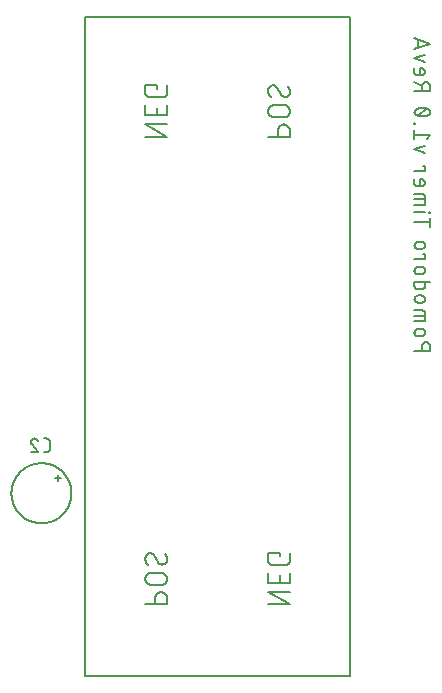
<source format=gbr>
G04 EAGLE Gerber RS-274X export*
G75*
%MOMM*%
%FSLAX34Y34*%
%LPD*%
%INSilkscreen Bottom*%
%IPPOS*%
%AMOC8*
5,1,8,0,0,1.08239X$1,22.5*%
G01*
%ADD10C,0.177800*%
%ADD11C,0.127000*%
%ADD12C,0.152400*%


D10*
X366649Y331144D02*
X380111Y331144D01*
X380111Y334883D01*
X380109Y335004D01*
X380103Y335125D01*
X380093Y335246D01*
X380080Y335366D01*
X380062Y335486D01*
X380041Y335605D01*
X380015Y335723D01*
X379986Y335841D01*
X379953Y335958D01*
X379917Y336073D01*
X379876Y336187D01*
X379832Y336300D01*
X379784Y336411D01*
X379733Y336521D01*
X379678Y336629D01*
X379620Y336735D01*
X379558Y336839D01*
X379493Y336941D01*
X379425Y337041D01*
X379354Y337139D01*
X379279Y337234D01*
X379201Y337327D01*
X379121Y337418D01*
X379037Y337505D01*
X378951Y337590D01*
X378862Y337672D01*
X378770Y337752D01*
X378676Y337828D01*
X378580Y337901D01*
X378481Y337971D01*
X378380Y338037D01*
X378276Y338101D01*
X378171Y338161D01*
X378064Y338217D01*
X377955Y338270D01*
X377845Y338320D01*
X377733Y338366D01*
X377619Y338408D01*
X377504Y338446D01*
X377388Y338481D01*
X377271Y338512D01*
X377153Y338539D01*
X377035Y338563D01*
X376915Y338582D01*
X376795Y338598D01*
X376674Y338610D01*
X376554Y338618D01*
X376433Y338622D01*
X376311Y338622D01*
X376190Y338618D01*
X376070Y338610D01*
X375949Y338598D01*
X375829Y338582D01*
X375709Y338563D01*
X375591Y338539D01*
X375473Y338512D01*
X375356Y338481D01*
X375240Y338446D01*
X375125Y338408D01*
X375011Y338366D01*
X374899Y338320D01*
X374789Y338270D01*
X374680Y338217D01*
X374573Y338161D01*
X374468Y338101D01*
X374364Y338037D01*
X374263Y337971D01*
X374164Y337901D01*
X374068Y337828D01*
X373974Y337752D01*
X373882Y337672D01*
X373793Y337590D01*
X373707Y337505D01*
X373623Y337418D01*
X373543Y337327D01*
X373465Y337234D01*
X373390Y337139D01*
X373319Y337041D01*
X373251Y336941D01*
X373186Y336839D01*
X373124Y336735D01*
X373066Y336629D01*
X373011Y336521D01*
X372960Y336411D01*
X372912Y336300D01*
X372868Y336187D01*
X372827Y336073D01*
X372791Y335958D01*
X372758Y335841D01*
X372729Y335723D01*
X372703Y335605D01*
X372682Y335486D01*
X372664Y335366D01*
X372651Y335246D01*
X372641Y335125D01*
X372635Y335004D01*
X372633Y334883D01*
X372632Y334883D02*
X372632Y331144D01*
X372632Y343964D02*
X369641Y343964D01*
X372632Y343963D02*
X372740Y343965D01*
X372848Y343971D01*
X372955Y343981D01*
X373063Y343994D01*
X373169Y344012D01*
X373275Y344033D01*
X373380Y344058D01*
X373484Y344087D01*
X373587Y344120D01*
X373689Y344156D01*
X373789Y344196D01*
X373888Y344240D01*
X373986Y344287D01*
X374081Y344337D01*
X374175Y344391D01*
X374266Y344449D01*
X374356Y344509D01*
X374443Y344573D01*
X374527Y344640D01*
X374610Y344710D01*
X374690Y344783D01*
X374767Y344859D01*
X374841Y344937D01*
X374912Y345018D01*
X374981Y345102D01*
X375046Y345188D01*
X375108Y345276D01*
X375167Y345366D01*
X375223Y345459D01*
X375275Y345554D01*
X375324Y345650D01*
X375370Y345748D01*
X375411Y345848D01*
X375450Y345949D01*
X375484Y346051D01*
X375515Y346155D01*
X375542Y346259D01*
X375565Y346365D01*
X375585Y346471D01*
X375600Y346578D01*
X375612Y346685D01*
X375620Y346793D01*
X375624Y346901D01*
X375624Y347009D01*
X375620Y347117D01*
X375612Y347225D01*
X375600Y347332D01*
X375585Y347439D01*
X375565Y347545D01*
X375542Y347651D01*
X375515Y347755D01*
X375484Y347859D01*
X375450Y347961D01*
X375411Y348062D01*
X375370Y348162D01*
X375324Y348260D01*
X375275Y348356D01*
X375223Y348451D01*
X375167Y348544D01*
X375108Y348634D01*
X375046Y348722D01*
X374981Y348808D01*
X374912Y348892D01*
X374841Y348973D01*
X374767Y349051D01*
X374690Y349127D01*
X374610Y349200D01*
X374527Y349270D01*
X374443Y349337D01*
X374356Y349401D01*
X374266Y349461D01*
X374175Y349519D01*
X374081Y349573D01*
X373986Y349623D01*
X373888Y349670D01*
X373789Y349714D01*
X373689Y349754D01*
X373587Y349790D01*
X373484Y349823D01*
X373380Y349852D01*
X373275Y349877D01*
X373169Y349898D01*
X373063Y349916D01*
X372955Y349929D01*
X372848Y349939D01*
X372740Y349945D01*
X372632Y349947D01*
X369641Y349947D01*
X369533Y349945D01*
X369425Y349939D01*
X369318Y349929D01*
X369210Y349916D01*
X369104Y349898D01*
X368998Y349877D01*
X368893Y349852D01*
X368789Y349823D01*
X368686Y349790D01*
X368584Y349754D01*
X368484Y349714D01*
X368385Y349670D01*
X368287Y349623D01*
X368192Y349573D01*
X368098Y349519D01*
X368007Y349461D01*
X367917Y349401D01*
X367830Y349337D01*
X367746Y349270D01*
X367663Y349200D01*
X367583Y349127D01*
X367506Y349051D01*
X367432Y348973D01*
X367361Y348892D01*
X367292Y348808D01*
X367227Y348722D01*
X367165Y348634D01*
X367106Y348544D01*
X367050Y348451D01*
X366998Y348356D01*
X366949Y348260D01*
X366903Y348162D01*
X366862Y348062D01*
X366823Y347961D01*
X366789Y347859D01*
X366758Y347755D01*
X366731Y347651D01*
X366708Y347545D01*
X366688Y347439D01*
X366673Y347332D01*
X366661Y347225D01*
X366653Y347117D01*
X366649Y347009D01*
X366649Y346901D01*
X366653Y346793D01*
X366661Y346685D01*
X366673Y346578D01*
X366688Y346471D01*
X366708Y346365D01*
X366731Y346259D01*
X366758Y346155D01*
X366789Y346051D01*
X366823Y345949D01*
X366862Y345848D01*
X366903Y345748D01*
X366949Y345650D01*
X366998Y345554D01*
X367050Y345459D01*
X367106Y345366D01*
X367165Y345276D01*
X367227Y345188D01*
X367292Y345102D01*
X367361Y345018D01*
X367432Y344937D01*
X367506Y344859D01*
X367583Y344783D01*
X367663Y344710D01*
X367746Y344640D01*
X367830Y344573D01*
X367917Y344509D01*
X368007Y344449D01*
X368098Y344391D01*
X368192Y344337D01*
X368287Y344287D01*
X368385Y344240D01*
X368484Y344196D01*
X368584Y344156D01*
X368686Y344120D01*
X368789Y344087D01*
X368893Y344058D01*
X368998Y344033D01*
X369104Y344012D01*
X369210Y343994D01*
X369318Y343981D01*
X369425Y343971D01*
X369533Y343965D01*
X369641Y343963D01*
X366649Y356613D02*
X375624Y356613D01*
X375624Y363344D01*
X375622Y363437D01*
X375616Y363529D01*
X375607Y363622D01*
X375593Y363713D01*
X375576Y363805D01*
X375555Y363895D01*
X375531Y363984D01*
X375502Y364073D01*
X375470Y364160D01*
X375435Y364245D01*
X375396Y364330D01*
X375354Y364412D01*
X375308Y364493D01*
X375259Y364571D01*
X375206Y364648D01*
X375151Y364722D01*
X375092Y364794D01*
X375031Y364864D01*
X374967Y364931D01*
X374900Y364995D01*
X374830Y365056D01*
X374758Y365115D01*
X374684Y365170D01*
X374607Y365223D01*
X374529Y365272D01*
X374448Y365318D01*
X374366Y365360D01*
X374281Y365399D01*
X374196Y365434D01*
X374109Y365466D01*
X374020Y365495D01*
X373931Y365519D01*
X373841Y365540D01*
X373749Y365557D01*
X373658Y365571D01*
X373565Y365580D01*
X373473Y365586D01*
X373380Y365588D01*
X366649Y365588D01*
X366649Y361100D02*
X375624Y361100D01*
X372632Y372254D02*
X369641Y372254D01*
X372632Y372253D02*
X372740Y372255D01*
X372848Y372261D01*
X372955Y372271D01*
X373063Y372284D01*
X373169Y372302D01*
X373275Y372323D01*
X373380Y372348D01*
X373484Y372377D01*
X373587Y372410D01*
X373689Y372446D01*
X373789Y372486D01*
X373888Y372530D01*
X373986Y372577D01*
X374081Y372627D01*
X374175Y372681D01*
X374266Y372739D01*
X374356Y372799D01*
X374443Y372863D01*
X374527Y372930D01*
X374610Y373000D01*
X374690Y373073D01*
X374767Y373149D01*
X374841Y373227D01*
X374912Y373308D01*
X374981Y373392D01*
X375046Y373478D01*
X375108Y373566D01*
X375167Y373656D01*
X375223Y373749D01*
X375275Y373844D01*
X375324Y373940D01*
X375370Y374038D01*
X375411Y374138D01*
X375450Y374239D01*
X375484Y374341D01*
X375515Y374445D01*
X375542Y374549D01*
X375565Y374655D01*
X375585Y374761D01*
X375600Y374868D01*
X375612Y374975D01*
X375620Y375083D01*
X375624Y375191D01*
X375624Y375299D01*
X375620Y375407D01*
X375612Y375515D01*
X375600Y375622D01*
X375585Y375729D01*
X375565Y375835D01*
X375542Y375941D01*
X375515Y376045D01*
X375484Y376149D01*
X375450Y376251D01*
X375411Y376352D01*
X375370Y376452D01*
X375324Y376550D01*
X375275Y376646D01*
X375223Y376741D01*
X375167Y376834D01*
X375108Y376924D01*
X375046Y377012D01*
X374981Y377098D01*
X374912Y377182D01*
X374841Y377263D01*
X374767Y377341D01*
X374690Y377417D01*
X374610Y377490D01*
X374527Y377560D01*
X374443Y377627D01*
X374356Y377691D01*
X374266Y377751D01*
X374175Y377809D01*
X374081Y377863D01*
X373986Y377913D01*
X373888Y377960D01*
X373789Y378004D01*
X373689Y378044D01*
X373587Y378080D01*
X373484Y378113D01*
X373380Y378142D01*
X373275Y378167D01*
X373169Y378188D01*
X373063Y378206D01*
X372955Y378219D01*
X372848Y378229D01*
X372740Y378235D01*
X372632Y378237D01*
X369641Y378237D01*
X369533Y378235D01*
X369425Y378229D01*
X369318Y378219D01*
X369210Y378206D01*
X369104Y378188D01*
X368998Y378167D01*
X368893Y378142D01*
X368789Y378113D01*
X368686Y378080D01*
X368584Y378044D01*
X368484Y378004D01*
X368385Y377960D01*
X368287Y377913D01*
X368192Y377863D01*
X368098Y377809D01*
X368007Y377751D01*
X367917Y377691D01*
X367830Y377627D01*
X367746Y377560D01*
X367663Y377490D01*
X367583Y377417D01*
X367506Y377341D01*
X367432Y377263D01*
X367361Y377182D01*
X367292Y377098D01*
X367227Y377012D01*
X367165Y376924D01*
X367106Y376834D01*
X367050Y376741D01*
X366998Y376646D01*
X366949Y376550D01*
X366903Y376452D01*
X366862Y376352D01*
X366823Y376251D01*
X366789Y376149D01*
X366758Y376045D01*
X366731Y375941D01*
X366708Y375835D01*
X366688Y375729D01*
X366673Y375622D01*
X366661Y375515D01*
X366653Y375407D01*
X366649Y375299D01*
X366649Y375191D01*
X366653Y375083D01*
X366661Y374975D01*
X366673Y374868D01*
X366688Y374761D01*
X366708Y374655D01*
X366731Y374549D01*
X366758Y374445D01*
X366789Y374341D01*
X366823Y374239D01*
X366862Y374138D01*
X366903Y374038D01*
X366949Y373940D01*
X366998Y373844D01*
X367050Y373749D01*
X367106Y373656D01*
X367165Y373566D01*
X367227Y373478D01*
X367292Y373392D01*
X367361Y373308D01*
X367432Y373227D01*
X367506Y373149D01*
X367583Y373073D01*
X367663Y373000D01*
X367746Y372930D01*
X367830Y372863D01*
X367917Y372799D01*
X368007Y372739D01*
X368098Y372681D01*
X368192Y372627D01*
X368287Y372577D01*
X368385Y372530D01*
X368484Y372486D01*
X368584Y372446D01*
X368686Y372410D01*
X368789Y372377D01*
X368893Y372348D01*
X368998Y372323D01*
X369104Y372302D01*
X369210Y372284D01*
X369318Y372271D01*
X369425Y372261D01*
X369533Y372255D01*
X369641Y372253D01*
X366649Y390014D02*
X380111Y390014D01*
X366649Y390014D02*
X366649Y386275D01*
X366651Y386182D01*
X366657Y386090D01*
X366666Y385997D01*
X366680Y385906D01*
X366697Y385814D01*
X366718Y385724D01*
X366742Y385635D01*
X366771Y385546D01*
X366803Y385459D01*
X366838Y385374D01*
X366877Y385289D01*
X366919Y385207D01*
X366965Y385126D01*
X367014Y385048D01*
X367067Y384971D01*
X367122Y384897D01*
X367181Y384825D01*
X367242Y384755D01*
X367306Y384688D01*
X367373Y384624D01*
X367443Y384563D01*
X367515Y384504D01*
X367589Y384449D01*
X367666Y384396D01*
X367744Y384347D01*
X367825Y384301D01*
X367907Y384259D01*
X367992Y384220D01*
X368077Y384185D01*
X368164Y384153D01*
X368253Y384124D01*
X368342Y384100D01*
X368432Y384079D01*
X368524Y384062D01*
X368615Y384048D01*
X368708Y384039D01*
X368800Y384033D01*
X368893Y384031D01*
X373380Y384031D01*
X373473Y384033D01*
X373565Y384039D01*
X373658Y384048D01*
X373749Y384062D01*
X373841Y384079D01*
X373931Y384100D01*
X374020Y384124D01*
X374109Y384153D01*
X374196Y384185D01*
X374281Y384220D01*
X374366Y384259D01*
X374448Y384301D01*
X374529Y384347D01*
X374607Y384396D01*
X374684Y384449D01*
X374758Y384504D01*
X374830Y384563D01*
X374900Y384624D01*
X374967Y384688D01*
X375031Y384755D01*
X375092Y384825D01*
X375151Y384897D01*
X375206Y384971D01*
X375259Y385048D01*
X375308Y385126D01*
X375354Y385207D01*
X375396Y385289D01*
X375435Y385374D01*
X375470Y385459D01*
X375502Y385546D01*
X375531Y385635D01*
X375555Y385724D01*
X375576Y385815D01*
X375593Y385906D01*
X375607Y385997D01*
X375616Y386090D01*
X375622Y386182D01*
X375624Y386275D01*
X375624Y390014D01*
X372632Y396437D02*
X369641Y396437D01*
X372632Y396436D02*
X372740Y396438D01*
X372848Y396444D01*
X372955Y396454D01*
X373063Y396467D01*
X373169Y396485D01*
X373275Y396506D01*
X373380Y396531D01*
X373484Y396560D01*
X373587Y396593D01*
X373689Y396629D01*
X373789Y396669D01*
X373888Y396713D01*
X373986Y396760D01*
X374081Y396810D01*
X374175Y396864D01*
X374266Y396922D01*
X374356Y396982D01*
X374443Y397046D01*
X374527Y397113D01*
X374610Y397183D01*
X374690Y397256D01*
X374767Y397332D01*
X374841Y397410D01*
X374912Y397491D01*
X374981Y397575D01*
X375046Y397661D01*
X375108Y397749D01*
X375167Y397839D01*
X375223Y397932D01*
X375275Y398027D01*
X375324Y398123D01*
X375370Y398221D01*
X375411Y398321D01*
X375450Y398422D01*
X375484Y398524D01*
X375515Y398628D01*
X375542Y398732D01*
X375565Y398838D01*
X375585Y398944D01*
X375600Y399051D01*
X375612Y399158D01*
X375620Y399266D01*
X375624Y399374D01*
X375624Y399482D01*
X375620Y399590D01*
X375612Y399698D01*
X375600Y399805D01*
X375585Y399912D01*
X375565Y400018D01*
X375542Y400124D01*
X375515Y400228D01*
X375484Y400332D01*
X375450Y400434D01*
X375411Y400535D01*
X375370Y400635D01*
X375324Y400733D01*
X375275Y400829D01*
X375223Y400924D01*
X375167Y401017D01*
X375108Y401107D01*
X375046Y401195D01*
X374981Y401281D01*
X374912Y401365D01*
X374841Y401446D01*
X374767Y401524D01*
X374690Y401600D01*
X374610Y401673D01*
X374527Y401743D01*
X374443Y401810D01*
X374356Y401874D01*
X374266Y401934D01*
X374175Y401992D01*
X374081Y402046D01*
X373986Y402096D01*
X373888Y402143D01*
X373789Y402187D01*
X373689Y402227D01*
X373587Y402263D01*
X373484Y402296D01*
X373380Y402325D01*
X373275Y402350D01*
X373169Y402371D01*
X373063Y402389D01*
X372955Y402402D01*
X372848Y402412D01*
X372740Y402418D01*
X372632Y402420D01*
X369641Y402420D01*
X369533Y402418D01*
X369425Y402412D01*
X369318Y402402D01*
X369210Y402389D01*
X369104Y402371D01*
X368998Y402350D01*
X368893Y402325D01*
X368789Y402296D01*
X368686Y402263D01*
X368584Y402227D01*
X368484Y402187D01*
X368385Y402143D01*
X368287Y402096D01*
X368192Y402046D01*
X368098Y401992D01*
X368007Y401934D01*
X367917Y401874D01*
X367830Y401810D01*
X367746Y401743D01*
X367663Y401673D01*
X367583Y401600D01*
X367506Y401524D01*
X367432Y401446D01*
X367361Y401365D01*
X367292Y401281D01*
X367227Y401195D01*
X367165Y401107D01*
X367106Y401017D01*
X367050Y400924D01*
X366998Y400829D01*
X366949Y400733D01*
X366903Y400635D01*
X366862Y400535D01*
X366823Y400434D01*
X366789Y400332D01*
X366758Y400228D01*
X366731Y400124D01*
X366708Y400018D01*
X366688Y399912D01*
X366673Y399805D01*
X366661Y399698D01*
X366653Y399590D01*
X366649Y399482D01*
X366649Y399374D01*
X366653Y399266D01*
X366661Y399158D01*
X366673Y399051D01*
X366688Y398944D01*
X366708Y398838D01*
X366731Y398732D01*
X366758Y398628D01*
X366789Y398524D01*
X366823Y398422D01*
X366862Y398321D01*
X366903Y398221D01*
X366949Y398123D01*
X366998Y398027D01*
X367050Y397932D01*
X367106Y397839D01*
X367165Y397749D01*
X367227Y397661D01*
X367292Y397575D01*
X367361Y397491D01*
X367432Y397410D01*
X367506Y397332D01*
X367583Y397256D01*
X367663Y397183D01*
X367746Y397113D01*
X367830Y397046D01*
X367917Y396982D01*
X368007Y396922D01*
X368098Y396864D01*
X368192Y396810D01*
X368287Y396760D01*
X368385Y396713D01*
X368484Y396669D01*
X368584Y396629D01*
X368686Y396593D01*
X368789Y396560D01*
X368893Y396531D01*
X368998Y396506D01*
X369104Y396485D01*
X369210Y396467D01*
X369318Y396454D01*
X369425Y396444D01*
X369533Y396438D01*
X369641Y396436D01*
X366649Y408854D02*
X375624Y408854D01*
X375624Y413341D01*
X374128Y413341D01*
X372632Y417882D02*
X369641Y417882D01*
X372632Y417882D02*
X372740Y417884D01*
X372848Y417890D01*
X372955Y417900D01*
X373063Y417913D01*
X373169Y417931D01*
X373275Y417952D01*
X373380Y417977D01*
X373484Y418006D01*
X373587Y418039D01*
X373689Y418075D01*
X373789Y418115D01*
X373888Y418159D01*
X373986Y418206D01*
X374081Y418256D01*
X374175Y418310D01*
X374266Y418368D01*
X374356Y418428D01*
X374443Y418492D01*
X374527Y418559D01*
X374610Y418629D01*
X374690Y418702D01*
X374767Y418778D01*
X374841Y418856D01*
X374912Y418937D01*
X374981Y419021D01*
X375046Y419107D01*
X375108Y419195D01*
X375167Y419285D01*
X375223Y419378D01*
X375275Y419473D01*
X375324Y419569D01*
X375370Y419667D01*
X375411Y419767D01*
X375450Y419868D01*
X375484Y419970D01*
X375515Y420074D01*
X375542Y420178D01*
X375565Y420284D01*
X375585Y420390D01*
X375600Y420497D01*
X375612Y420604D01*
X375620Y420712D01*
X375624Y420820D01*
X375624Y420928D01*
X375620Y421036D01*
X375612Y421144D01*
X375600Y421251D01*
X375585Y421358D01*
X375565Y421464D01*
X375542Y421570D01*
X375515Y421674D01*
X375484Y421778D01*
X375450Y421880D01*
X375411Y421981D01*
X375370Y422081D01*
X375324Y422179D01*
X375275Y422275D01*
X375223Y422370D01*
X375167Y422463D01*
X375108Y422553D01*
X375046Y422641D01*
X374981Y422727D01*
X374912Y422811D01*
X374841Y422892D01*
X374767Y422970D01*
X374690Y423046D01*
X374610Y423119D01*
X374527Y423189D01*
X374443Y423256D01*
X374356Y423320D01*
X374266Y423380D01*
X374175Y423438D01*
X374081Y423492D01*
X373986Y423542D01*
X373888Y423589D01*
X373789Y423633D01*
X373689Y423673D01*
X373587Y423709D01*
X373484Y423742D01*
X373380Y423771D01*
X373275Y423796D01*
X373169Y423817D01*
X373063Y423835D01*
X372955Y423848D01*
X372848Y423858D01*
X372740Y423864D01*
X372632Y423866D01*
X372632Y423865D02*
X369641Y423865D01*
X369641Y423866D02*
X369533Y423864D01*
X369425Y423858D01*
X369318Y423848D01*
X369210Y423835D01*
X369104Y423817D01*
X368998Y423796D01*
X368893Y423771D01*
X368789Y423742D01*
X368686Y423709D01*
X368584Y423673D01*
X368484Y423633D01*
X368385Y423589D01*
X368287Y423542D01*
X368192Y423492D01*
X368098Y423438D01*
X368007Y423380D01*
X367917Y423320D01*
X367830Y423256D01*
X367746Y423189D01*
X367663Y423119D01*
X367583Y423046D01*
X367506Y422970D01*
X367432Y422892D01*
X367361Y422811D01*
X367292Y422727D01*
X367227Y422641D01*
X367165Y422553D01*
X367106Y422463D01*
X367050Y422370D01*
X366998Y422275D01*
X366949Y422179D01*
X366903Y422081D01*
X366862Y421981D01*
X366823Y421880D01*
X366789Y421778D01*
X366758Y421674D01*
X366731Y421570D01*
X366708Y421464D01*
X366688Y421358D01*
X366673Y421251D01*
X366661Y421144D01*
X366653Y421036D01*
X366649Y420928D01*
X366649Y420820D01*
X366653Y420712D01*
X366661Y420604D01*
X366673Y420497D01*
X366688Y420390D01*
X366708Y420284D01*
X366731Y420178D01*
X366758Y420074D01*
X366789Y419970D01*
X366823Y419868D01*
X366862Y419767D01*
X366903Y419667D01*
X366949Y419569D01*
X366998Y419473D01*
X367050Y419378D01*
X367106Y419285D01*
X367165Y419195D01*
X367227Y419107D01*
X367292Y419021D01*
X367361Y418937D01*
X367432Y418856D01*
X367506Y418778D01*
X367583Y418702D01*
X367663Y418629D01*
X367746Y418559D01*
X367830Y418492D01*
X367917Y418428D01*
X368007Y418368D01*
X368098Y418310D01*
X368192Y418256D01*
X368287Y418206D01*
X368385Y418159D01*
X368484Y418115D01*
X368584Y418075D01*
X368686Y418039D01*
X368789Y418006D01*
X368893Y417977D01*
X368998Y417952D01*
X369104Y417931D01*
X369210Y417913D01*
X369318Y417900D01*
X369425Y417890D01*
X369533Y417884D01*
X369641Y417882D01*
X366649Y440037D02*
X380111Y440037D01*
X380111Y436298D02*
X380111Y443777D01*
X375624Y448707D02*
X366649Y448707D01*
X379363Y448333D02*
X380111Y448333D01*
X380111Y449081D01*
X379363Y449081D01*
X379363Y448333D01*
X375624Y455170D02*
X366649Y455170D01*
X375624Y455170D02*
X375624Y461901D01*
X375622Y461994D01*
X375616Y462086D01*
X375607Y462179D01*
X375593Y462270D01*
X375576Y462362D01*
X375555Y462452D01*
X375531Y462541D01*
X375502Y462630D01*
X375470Y462717D01*
X375435Y462802D01*
X375396Y462887D01*
X375354Y462969D01*
X375308Y463050D01*
X375259Y463128D01*
X375206Y463205D01*
X375151Y463279D01*
X375092Y463351D01*
X375031Y463421D01*
X374967Y463488D01*
X374900Y463552D01*
X374830Y463613D01*
X374758Y463672D01*
X374684Y463727D01*
X374607Y463780D01*
X374529Y463829D01*
X374448Y463875D01*
X374366Y463917D01*
X374281Y463956D01*
X374196Y463991D01*
X374109Y464023D01*
X374020Y464052D01*
X373931Y464076D01*
X373841Y464097D01*
X373749Y464114D01*
X373658Y464128D01*
X373565Y464137D01*
X373473Y464143D01*
X373380Y464145D01*
X366649Y464145D01*
X366649Y459658D02*
X375624Y459658D01*
X366649Y473055D02*
X366649Y476794D01*
X366649Y473055D02*
X366651Y472962D01*
X366657Y472870D01*
X366666Y472777D01*
X366680Y472686D01*
X366697Y472594D01*
X366718Y472504D01*
X366742Y472415D01*
X366771Y472326D01*
X366803Y472239D01*
X366838Y472154D01*
X366877Y472069D01*
X366919Y471987D01*
X366965Y471906D01*
X367014Y471828D01*
X367067Y471751D01*
X367122Y471677D01*
X367181Y471605D01*
X367242Y471535D01*
X367306Y471468D01*
X367373Y471404D01*
X367443Y471343D01*
X367515Y471284D01*
X367589Y471229D01*
X367666Y471176D01*
X367744Y471127D01*
X367825Y471081D01*
X367907Y471039D01*
X367992Y471000D01*
X368077Y470965D01*
X368164Y470933D01*
X368253Y470904D01*
X368342Y470880D01*
X368432Y470859D01*
X368524Y470842D01*
X368615Y470828D01*
X368708Y470819D01*
X368800Y470813D01*
X368893Y470811D01*
X372632Y470811D01*
X372632Y470810D02*
X372740Y470812D01*
X372848Y470818D01*
X372955Y470828D01*
X373063Y470841D01*
X373169Y470859D01*
X373275Y470880D01*
X373380Y470905D01*
X373484Y470934D01*
X373587Y470967D01*
X373689Y471003D01*
X373789Y471043D01*
X373888Y471087D01*
X373986Y471134D01*
X374081Y471184D01*
X374175Y471238D01*
X374266Y471296D01*
X374356Y471356D01*
X374443Y471420D01*
X374527Y471487D01*
X374610Y471557D01*
X374690Y471630D01*
X374767Y471706D01*
X374841Y471784D01*
X374912Y471865D01*
X374981Y471949D01*
X375046Y472035D01*
X375108Y472123D01*
X375167Y472213D01*
X375223Y472306D01*
X375275Y472401D01*
X375324Y472497D01*
X375370Y472595D01*
X375411Y472695D01*
X375450Y472796D01*
X375484Y472898D01*
X375515Y473002D01*
X375542Y473106D01*
X375565Y473212D01*
X375585Y473318D01*
X375600Y473425D01*
X375612Y473532D01*
X375620Y473640D01*
X375624Y473748D01*
X375624Y473856D01*
X375620Y473964D01*
X375612Y474072D01*
X375600Y474179D01*
X375585Y474286D01*
X375565Y474392D01*
X375542Y474498D01*
X375515Y474602D01*
X375484Y474706D01*
X375450Y474808D01*
X375411Y474909D01*
X375370Y475009D01*
X375324Y475107D01*
X375275Y475203D01*
X375223Y475298D01*
X375167Y475391D01*
X375108Y475481D01*
X375046Y475569D01*
X374981Y475655D01*
X374912Y475739D01*
X374841Y475820D01*
X374767Y475898D01*
X374690Y475974D01*
X374610Y476047D01*
X374527Y476117D01*
X374443Y476184D01*
X374356Y476248D01*
X374266Y476308D01*
X374175Y476366D01*
X374081Y476420D01*
X373986Y476470D01*
X373888Y476517D01*
X373789Y476561D01*
X373689Y476601D01*
X373587Y476637D01*
X373484Y476670D01*
X373380Y476699D01*
X373275Y476724D01*
X373169Y476745D01*
X373063Y476763D01*
X372955Y476776D01*
X372848Y476786D01*
X372740Y476792D01*
X372632Y476794D01*
X371136Y476794D01*
X371136Y470811D01*
X366649Y483228D02*
X375624Y483228D01*
X375624Y487715D01*
X374128Y487715D01*
X375624Y499101D02*
X366649Y502092D01*
X375624Y505084D01*
X377119Y510672D02*
X380111Y514412D01*
X366649Y514412D01*
X366649Y518151D02*
X366649Y510672D01*
X366649Y523620D02*
X367397Y523620D01*
X367397Y524368D01*
X366649Y524368D01*
X366649Y523620D01*
X373380Y529836D02*
X373645Y529839D01*
X373909Y529849D01*
X374174Y529864D01*
X374438Y529887D01*
X374701Y529915D01*
X374964Y529950D01*
X375225Y529991D01*
X375486Y530038D01*
X375745Y530091D01*
X376003Y530151D01*
X376260Y530216D01*
X376515Y530288D01*
X376768Y530366D01*
X377019Y530450D01*
X377268Y530540D01*
X377515Y530636D01*
X377760Y530737D01*
X378002Y530845D01*
X378241Y530958D01*
X378241Y530959D02*
X378339Y530994D01*
X378435Y531033D01*
X378530Y531076D01*
X378623Y531123D01*
X378715Y531172D01*
X378804Y531226D01*
X378891Y531282D01*
X378976Y531342D01*
X379059Y531405D01*
X379140Y531471D01*
X379217Y531540D01*
X379293Y531612D01*
X379365Y531686D01*
X379435Y531764D01*
X379501Y531843D01*
X379565Y531926D01*
X379625Y532010D01*
X379683Y532097D01*
X379737Y532186D01*
X379787Y532277D01*
X379834Y532370D01*
X379878Y532464D01*
X379918Y532560D01*
X379954Y532658D01*
X379987Y532756D01*
X380016Y532856D01*
X380041Y532957D01*
X380062Y533059D01*
X380080Y533162D01*
X380093Y533265D01*
X380103Y533368D01*
X380109Y533472D01*
X380111Y533576D01*
X380109Y533680D01*
X380103Y533784D01*
X380093Y533887D01*
X380080Y533990D01*
X380062Y534093D01*
X380041Y534195D01*
X380016Y534296D01*
X379987Y534396D01*
X379954Y534494D01*
X379918Y534592D01*
X379878Y534688D01*
X379834Y534782D01*
X379787Y534875D01*
X379737Y534966D01*
X379683Y535055D01*
X379625Y535142D01*
X379565Y535226D01*
X379501Y535309D01*
X379435Y535389D01*
X379365Y535466D01*
X379293Y535540D01*
X379217Y535612D01*
X379140Y535681D01*
X379059Y535747D01*
X378976Y535810D01*
X378891Y535870D01*
X378804Y535926D01*
X378715Y535980D01*
X378623Y536030D01*
X378530Y536076D01*
X378435Y536119D01*
X378339Y536158D01*
X378241Y536193D01*
X378241Y536194D02*
X378002Y536307D01*
X377760Y536415D01*
X377515Y536516D01*
X377268Y536612D01*
X377019Y536702D01*
X376768Y536786D01*
X376515Y536864D01*
X376260Y536936D01*
X376003Y537001D01*
X375745Y537061D01*
X375486Y537114D01*
X375225Y537161D01*
X374964Y537202D01*
X374701Y537237D01*
X374438Y537265D01*
X374174Y537288D01*
X373910Y537303D01*
X373645Y537313D01*
X373380Y537316D01*
X373380Y529836D02*
X373115Y529839D01*
X372851Y529849D01*
X372586Y529864D01*
X372322Y529887D01*
X372059Y529915D01*
X371796Y529950D01*
X371535Y529991D01*
X371274Y530038D01*
X371015Y530091D01*
X370757Y530151D01*
X370500Y530216D01*
X370245Y530288D01*
X369992Y530366D01*
X369741Y530450D01*
X369492Y530540D01*
X369245Y530636D01*
X369000Y530737D01*
X368758Y530845D01*
X368519Y530958D01*
X368519Y530959D02*
X368421Y530994D01*
X368325Y531033D01*
X368230Y531076D01*
X368137Y531123D01*
X368045Y531172D01*
X367956Y531226D01*
X367869Y531282D01*
X367784Y531342D01*
X367701Y531405D01*
X367620Y531471D01*
X367543Y531540D01*
X367467Y531612D01*
X367395Y531686D01*
X367325Y531764D01*
X367259Y531843D01*
X367195Y531926D01*
X367135Y532010D01*
X367077Y532097D01*
X367023Y532186D01*
X366973Y532277D01*
X366926Y532370D01*
X366882Y532464D01*
X366842Y532560D01*
X366806Y532658D01*
X366773Y532756D01*
X366744Y532856D01*
X366719Y532957D01*
X366698Y533059D01*
X366680Y533162D01*
X366667Y533265D01*
X366657Y533368D01*
X366651Y533472D01*
X366649Y533576D01*
X368519Y536193D02*
X368758Y536306D01*
X369000Y536414D01*
X369245Y536515D01*
X369492Y536611D01*
X369741Y536701D01*
X369992Y536785D01*
X370245Y536863D01*
X370500Y536935D01*
X370757Y537000D01*
X371015Y537060D01*
X371274Y537113D01*
X371535Y537160D01*
X371796Y537201D01*
X372059Y537236D01*
X372322Y537264D01*
X372586Y537287D01*
X372850Y537302D01*
X373115Y537312D01*
X373380Y537315D01*
X368519Y536193D02*
X368421Y536158D01*
X368325Y536119D01*
X368230Y536076D01*
X368137Y536029D01*
X368045Y535980D01*
X367956Y535926D01*
X367869Y535870D01*
X367784Y535810D01*
X367701Y535747D01*
X367620Y535681D01*
X367543Y535612D01*
X367467Y535540D01*
X367395Y535466D01*
X367325Y535388D01*
X367259Y535309D01*
X367195Y535226D01*
X367135Y535142D01*
X367077Y535055D01*
X367023Y534966D01*
X366973Y534875D01*
X366926Y534782D01*
X366882Y534688D01*
X366842Y534592D01*
X366806Y534494D01*
X366773Y534396D01*
X366744Y534296D01*
X366719Y534195D01*
X366698Y534093D01*
X366680Y533990D01*
X366667Y533887D01*
X366657Y533784D01*
X366651Y533680D01*
X366649Y533576D01*
X369641Y530584D02*
X377119Y536567D01*
X380111Y551389D02*
X366649Y551389D01*
X380111Y551389D02*
X380111Y555128D01*
X380109Y555249D01*
X380103Y555370D01*
X380093Y555491D01*
X380080Y555611D01*
X380062Y555731D01*
X380041Y555850D01*
X380015Y555968D01*
X379986Y556086D01*
X379953Y556203D01*
X379917Y556318D01*
X379876Y556432D01*
X379832Y556545D01*
X379784Y556656D01*
X379733Y556766D01*
X379678Y556874D01*
X379620Y556980D01*
X379558Y557084D01*
X379493Y557186D01*
X379425Y557286D01*
X379354Y557384D01*
X379279Y557479D01*
X379201Y557572D01*
X379121Y557663D01*
X379037Y557750D01*
X378951Y557835D01*
X378862Y557917D01*
X378770Y557997D01*
X378676Y558073D01*
X378580Y558146D01*
X378481Y558216D01*
X378380Y558282D01*
X378276Y558346D01*
X378171Y558406D01*
X378064Y558462D01*
X377955Y558515D01*
X377845Y558565D01*
X377733Y558611D01*
X377619Y558653D01*
X377504Y558691D01*
X377388Y558726D01*
X377271Y558757D01*
X377153Y558784D01*
X377035Y558808D01*
X376915Y558827D01*
X376795Y558843D01*
X376674Y558855D01*
X376554Y558863D01*
X376433Y558867D01*
X376311Y558867D01*
X376190Y558863D01*
X376070Y558855D01*
X375949Y558843D01*
X375829Y558827D01*
X375709Y558808D01*
X375591Y558784D01*
X375473Y558757D01*
X375356Y558726D01*
X375240Y558691D01*
X375125Y558653D01*
X375011Y558611D01*
X374899Y558565D01*
X374789Y558515D01*
X374680Y558462D01*
X374573Y558406D01*
X374468Y558346D01*
X374364Y558282D01*
X374263Y558216D01*
X374164Y558146D01*
X374068Y558073D01*
X373974Y557997D01*
X373882Y557917D01*
X373793Y557835D01*
X373707Y557750D01*
X373623Y557663D01*
X373543Y557572D01*
X373465Y557479D01*
X373390Y557384D01*
X373319Y557286D01*
X373251Y557186D01*
X373186Y557084D01*
X373124Y556980D01*
X373066Y556874D01*
X373011Y556766D01*
X372960Y556656D01*
X372912Y556545D01*
X372868Y556432D01*
X372827Y556318D01*
X372791Y556203D01*
X372758Y556086D01*
X372729Y555968D01*
X372703Y555850D01*
X372682Y555731D01*
X372664Y555611D01*
X372651Y555491D01*
X372641Y555370D01*
X372635Y555249D01*
X372633Y555128D01*
X372632Y555128D02*
X372632Y551389D01*
X372632Y555876D02*
X366649Y558868D01*
X366649Y567049D02*
X366649Y570788D01*
X366649Y567049D02*
X366651Y566956D01*
X366657Y566864D01*
X366666Y566771D01*
X366680Y566680D01*
X366697Y566588D01*
X366718Y566498D01*
X366742Y566409D01*
X366771Y566320D01*
X366803Y566233D01*
X366838Y566148D01*
X366877Y566063D01*
X366919Y565981D01*
X366965Y565900D01*
X367014Y565822D01*
X367067Y565745D01*
X367122Y565671D01*
X367181Y565599D01*
X367242Y565529D01*
X367306Y565462D01*
X367373Y565398D01*
X367443Y565337D01*
X367515Y565278D01*
X367589Y565223D01*
X367666Y565170D01*
X367744Y565121D01*
X367825Y565075D01*
X367907Y565033D01*
X367992Y564994D01*
X368077Y564959D01*
X368164Y564927D01*
X368253Y564898D01*
X368342Y564874D01*
X368432Y564853D01*
X368524Y564836D01*
X368615Y564822D01*
X368708Y564813D01*
X368800Y564807D01*
X368893Y564805D01*
X372632Y564805D01*
X372740Y564807D01*
X372848Y564813D01*
X372955Y564823D01*
X373063Y564836D01*
X373169Y564854D01*
X373275Y564875D01*
X373380Y564900D01*
X373484Y564929D01*
X373587Y564962D01*
X373689Y564998D01*
X373789Y565038D01*
X373888Y565082D01*
X373986Y565129D01*
X374081Y565179D01*
X374175Y565233D01*
X374266Y565291D01*
X374356Y565351D01*
X374443Y565415D01*
X374527Y565482D01*
X374610Y565552D01*
X374690Y565625D01*
X374767Y565701D01*
X374841Y565779D01*
X374912Y565860D01*
X374981Y565944D01*
X375046Y566030D01*
X375108Y566118D01*
X375167Y566208D01*
X375223Y566301D01*
X375275Y566396D01*
X375324Y566492D01*
X375370Y566590D01*
X375411Y566690D01*
X375450Y566791D01*
X375484Y566893D01*
X375515Y566997D01*
X375542Y567101D01*
X375565Y567207D01*
X375585Y567313D01*
X375600Y567420D01*
X375612Y567527D01*
X375620Y567635D01*
X375624Y567743D01*
X375624Y567851D01*
X375620Y567959D01*
X375612Y568067D01*
X375600Y568174D01*
X375585Y568281D01*
X375565Y568387D01*
X375542Y568493D01*
X375515Y568597D01*
X375484Y568701D01*
X375450Y568803D01*
X375411Y568904D01*
X375370Y569004D01*
X375324Y569102D01*
X375275Y569198D01*
X375223Y569293D01*
X375167Y569386D01*
X375108Y569476D01*
X375046Y569564D01*
X374981Y569650D01*
X374912Y569734D01*
X374841Y569815D01*
X374767Y569893D01*
X374690Y569969D01*
X374610Y570042D01*
X374527Y570112D01*
X374443Y570179D01*
X374356Y570243D01*
X374266Y570303D01*
X374175Y570361D01*
X374081Y570415D01*
X373986Y570465D01*
X373888Y570512D01*
X373789Y570556D01*
X373689Y570596D01*
X373587Y570632D01*
X373484Y570665D01*
X373380Y570694D01*
X373275Y570719D01*
X373169Y570740D01*
X373063Y570758D01*
X372955Y570771D01*
X372848Y570781D01*
X372740Y570787D01*
X372632Y570789D01*
X372632Y570788D02*
X371136Y570788D01*
X371136Y564805D01*
X375624Y576212D02*
X366649Y579204D01*
X375624Y582196D01*
X366649Y587036D02*
X380111Y591524D01*
X366649Y596011D01*
X370015Y594889D02*
X370015Y588158D01*
D11*
X312000Y613750D02*
X312000Y56250D01*
X312000Y613750D02*
X88000Y613750D01*
X88000Y56250D01*
X312000Y56250D01*
D12*
X261238Y512762D02*
X242762Y512762D01*
X261238Y512762D02*
X261238Y517894D01*
X261236Y518035D01*
X261230Y518177D01*
X261220Y518318D01*
X261207Y518459D01*
X261189Y518599D01*
X261168Y518739D01*
X261143Y518878D01*
X261114Y519016D01*
X261081Y519154D01*
X261044Y519290D01*
X261004Y519426D01*
X260960Y519560D01*
X260912Y519693D01*
X260861Y519825D01*
X260806Y519956D01*
X260747Y520084D01*
X260685Y520211D01*
X260619Y520337D01*
X260550Y520460D01*
X260478Y520581D01*
X260402Y520701D01*
X260323Y520818D01*
X260241Y520933D01*
X260156Y521046D01*
X260067Y521157D01*
X259976Y521264D01*
X259882Y521370D01*
X259785Y521473D01*
X259685Y521573D01*
X259582Y521670D01*
X259476Y521764D01*
X259369Y521855D01*
X259258Y521944D01*
X259145Y522029D01*
X259030Y522111D01*
X258913Y522190D01*
X258793Y522266D01*
X258672Y522338D01*
X258549Y522407D01*
X258423Y522473D01*
X258296Y522535D01*
X258168Y522594D01*
X258037Y522649D01*
X257905Y522700D01*
X257772Y522748D01*
X257638Y522792D01*
X257502Y522832D01*
X257366Y522869D01*
X257228Y522902D01*
X257090Y522931D01*
X256951Y522956D01*
X256811Y522977D01*
X256671Y522995D01*
X256530Y523008D01*
X256389Y523018D01*
X256247Y523024D01*
X256106Y523026D01*
X255965Y523024D01*
X255823Y523018D01*
X255682Y523008D01*
X255541Y522995D01*
X255401Y522977D01*
X255261Y522956D01*
X255122Y522931D01*
X254984Y522902D01*
X254846Y522869D01*
X254710Y522832D01*
X254574Y522792D01*
X254440Y522748D01*
X254307Y522700D01*
X254175Y522649D01*
X254044Y522594D01*
X253916Y522535D01*
X253789Y522473D01*
X253663Y522407D01*
X253540Y522338D01*
X253419Y522266D01*
X253299Y522190D01*
X253182Y522111D01*
X253067Y522029D01*
X252954Y521944D01*
X252843Y521855D01*
X252736Y521764D01*
X252630Y521670D01*
X252527Y521573D01*
X252427Y521473D01*
X252330Y521370D01*
X252236Y521264D01*
X252145Y521157D01*
X252056Y521046D01*
X251971Y520933D01*
X251889Y520818D01*
X251810Y520701D01*
X251734Y520581D01*
X251662Y520460D01*
X251593Y520337D01*
X251527Y520211D01*
X251465Y520084D01*
X251406Y519956D01*
X251351Y519825D01*
X251300Y519693D01*
X251252Y519560D01*
X251208Y519426D01*
X251168Y519290D01*
X251131Y519154D01*
X251098Y519016D01*
X251069Y518878D01*
X251044Y518739D01*
X251023Y518599D01*
X251005Y518459D01*
X250992Y518318D01*
X250982Y518177D01*
X250976Y518035D01*
X250974Y517894D01*
X250974Y512762D01*
X247894Y529248D02*
X256106Y529248D01*
X256247Y529250D01*
X256389Y529256D01*
X256530Y529266D01*
X256671Y529279D01*
X256811Y529297D01*
X256951Y529318D01*
X257090Y529343D01*
X257228Y529372D01*
X257366Y529405D01*
X257502Y529442D01*
X257638Y529482D01*
X257772Y529526D01*
X257905Y529574D01*
X258037Y529625D01*
X258168Y529680D01*
X258296Y529739D01*
X258423Y529801D01*
X258549Y529867D01*
X258672Y529936D01*
X258793Y530008D01*
X258913Y530084D01*
X259030Y530163D01*
X259145Y530245D01*
X259258Y530330D01*
X259369Y530419D01*
X259476Y530510D01*
X259582Y530604D01*
X259685Y530701D01*
X259785Y530801D01*
X259882Y530904D01*
X259976Y531010D01*
X260067Y531117D01*
X260156Y531228D01*
X260241Y531341D01*
X260323Y531456D01*
X260402Y531573D01*
X260478Y531693D01*
X260550Y531814D01*
X260619Y531937D01*
X260685Y532063D01*
X260747Y532190D01*
X260806Y532318D01*
X260861Y532449D01*
X260912Y532581D01*
X260960Y532714D01*
X261004Y532848D01*
X261044Y532984D01*
X261081Y533120D01*
X261114Y533258D01*
X261143Y533396D01*
X261168Y533535D01*
X261189Y533675D01*
X261207Y533815D01*
X261220Y533956D01*
X261230Y534097D01*
X261236Y534239D01*
X261238Y534380D01*
X261236Y534521D01*
X261230Y534663D01*
X261220Y534804D01*
X261207Y534945D01*
X261189Y535085D01*
X261168Y535225D01*
X261143Y535364D01*
X261114Y535502D01*
X261081Y535640D01*
X261044Y535776D01*
X261004Y535912D01*
X260960Y536046D01*
X260912Y536179D01*
X260861Y536311D01*
X260806Y536442D01*
X260747Y536570D01*
X260685Y536697D01*
X260619Y536823D01*
X260550Y536946D01*
X260478Y537067D01*
X260402Y537187D01*
X260323Y537304D01*
X260241Y537419D01*
X260156Y537532D01*
X260067Y537643D01*
X259976Y537750D01*
X259882Y537856D01*
X259785Y537959D01*
X259685Y538059D01*
X259582Y538156D01*
X259476Y538250D01*
X259369Y538341D01*
X259258Y538430D01*
X259145Y538515D01*
X259030Y538597D01*
X258913Y538676D01*
X258793Y538752D01*
X258672Y538824D01*
X258549Y538893D01*
X258423Y538959D01*
X258296Y539021D01*
X258168Y539080D01*
X258037Y539135D01*
X257905Y539186D01*
X257772Y539234D01*
X257638Y539278D01*
X257502Y539318D01*
X257366Y539355D01*
X257228Y539388D01*
X257090Y539417D01*
X256951Y539442D01*
X256811Y539463D01*
X256671Y539481D01*
X256530Y539494D01*
X256389Y539504D01*
X256247Y539510D01*
X256106Y539512D01*
X247894Y539512D01*
X247753Y539510D01*
X247611Y539504D01*
X247470Y539494D01*
X247329Y539481D01*
X247189Y539463D01*
X247049Y539442D01*
X246910Y539417D01*
X246772Y539388D01*
X246634Y539355D01*
X246498Y539318D01*
X246362Y539278D01*
X246228Y539234D01*
X246095Y539186D01*
X245963Y539135D01*
X245832Y539080D01*
X245704Y539021D01*
X245577Y538959D01*
X245451Y538893D01*
X245328Y538824D01*
X245207Y538752D01*
X245087Y538676D01*
X244970Y538597D01*
X244855Y538515D01*
X244742Y538430D01*
X244631Y538341D01*
X244524Y538250D01*
X244418Y538156D01*
X244315Y538059D01*
X244215Y537959D01*
X244118Y537856D01*
X244024Y537750D01*
X243933Y537643D01*
X243844Y537532D01*
X243759Y537419D01*
X243677Y537304D01*
X243598Y537187D01*
X243522Y537067D01*
X243450Y536946D01*
X243381Y536823D01*
X243315Y536697D01*
X243253Y536570D01*
X243194Y536442D01*
X243139Y536311D01*
X243088Y536179D01*
X243040Y536046D01*
X242996Y535912D01*
X242956Y535776D01*
X242919Y535640D01*
X242886Y535502D01*
X242857Y535364D01*
X242832Y535225D01*
X242811Y535085D01*
X242793Y534945D01*
X242780Y534804D01*
X242770Y534663D01*
X242764Y534521D01*
X242762Y534380D01*
X242764Y534239D01*
X242770Y534097D01*
X242780Y533956D01*
X242793Y533815D01*
X242811Y533675D01*
X242832Y533535D01*
X242857Y533396D01*
X242886Y533258D01*
X242919Y533120D01*
X242956Y532984D01*
X242996Y532848D01*
X243040Y532714D01*
X243088Y532581D01*
X243139Y532449D01*
X243194Y532318D01*
X243253Y532190D01*
X243315Y532063D01*
X243381Y531937D01*
X243450Y531814D01*
X243522Y531693D01*
X243598Y531573D01*
X243677Y531456D01*
X243759Y531341D01*
X243844Y531228D01*
X243933Y531117D01*
X244024Y531010D01*
X244118Y530904D01*
X244215Y530801D01*
X244315Y530701D01*
X244418Y530604D01*
X244524Y530510D01*
X244631Y530419D01*
X244742Y530330D01*
X244855Y530245D01*
X244970Y530163D01*
X245087Y530084D01*
X245207Y530008D01*
X245328Y529936D01*
X245451Y529867D01*
X245577Y529801D01*
X245704Y529739D01*
X245832Y529680D01*
X245963Y529625D01*
X246095Y529574D01*
X246228Y529526D01*
X246362Y529482D01*
X246498Y529442D01*
X246634Y529405D01*
X246772Y529372D01*
X246910Y529343D01*
X247049Y529318D01*
X247189Y529297D01*
X247329Y529279D01*
X247470Y529266D01*
X247611Y529256D01*
X247753Y529250D01*
X247894Y529248D01*
X242762Y552081D02*
X242764Y552207D01*
X242770Y552334D01*
X242780Y552460D01*
X242793Y552586D01*
X242811Y552711D01*
X242832Y552835D01*
X242857Y552959D01*
X242886Y553083D01*
X242919Y553205D01*
X242955Y553326D01*
X242995Y553446D01*
X243039Y553564D01*
X243087Y553681D01*
X243138Y553797D01*
X243192Y553911D01*
X243251Y554024D01*
X243312Y554134D01*
X243377Y554243D01*
X243445Y554349D01*
X243517Y554453D01*
X243591Y554555D01*
X243669Y554655D01*
X243750Y554752D01*
X243834Y554847D01*
X243920Y554939D01*
X244010Y555029D01*
X244102Y555115D01*
X244197Y555199D01*
X244294Y555280D01*
X244394Y555358D01*
X244496Y555432D01*
X244600Y555504D01*
X244706Y555572D01*
X244815Y555637D01*
X244925Y555698D01*
X245038Y555757D01*
X245152Y555811D01*
X245268Y555862D01*
X245385Y555910D01*
X245503Y555954D01*
X245623Y555994D01*
X245744Y556030D01*
X245866Y556063D01*
X245990Y556092D01*
X246114Y556117D01*
X246238Y556138D01*
X246363Y556156D01*
X246489Y556169D01*
X246615Y556179D01*
X246742Y556185D01*
X246868Y556187D01*
X242762Y552081D02*
X242764Y551873D01*
X242772Y551666D01*
X242784Y551459D01*
X242802Y551252D01*
X242824Y551046D01*
X242851Y550840D01*
X242883Y550635D01*
X242920Y550431D01*
X242962Y550228D01*
X243009Y550025D01*
X243061Y549824D01*
X243117Y549625D01*
X243178Y549426D01*
X243244Y549229D01*
X243315Y549034D01*
X243390Y548841D01*
X243470Y548649D01*
X243554Y548460D01*
X243643Y548272D01*
X243736Y548087D01*
X243834Y547904D01*
X243936Y547723D01*
X244043Y547545D01*
X244153Y547369D01*
X244268Y547196D01*
X244387Y547026D01*
X244510Y546859D01*
X244637Y546695D01*
X244768Y546534D01*
X244902Y546376D01*
X245041Y546221D01*
X245183Y546070D01*
X245328Y545922D01*
X257132Y546436D02*
X257258Y546438D01*
X257385Y546444D01*
X257511Y546454D01*
X257637Y546467D01*
X257762Y546485D01*
X257886Y546506D01*
X258010Y546531D01*
X258134Y546560D01*
X258256Y546593D01*
X258377Y546629D01*
X258497Y546669D01*
X258615Y546713D01*
X258732Y546761D01*
X258848Y546812D01*
X258962Y546866D01*
X259075Y546925D01*
X259185Y546986D01*
X259294Y547051D01*
X259400Y547119D01*
X259504Y547191D01*
X259606Y547265D01*
X259706Y547343D01*
X259803Y547424D01*
X259898Y547508D01*
X259990Y547594D01*
X260080Y547684D01*
X260166Y547776D01*
X260250Y547871D01*
X260331Y547968D01*
X260409Y548068D01*
X260483Y548170D01*
X260555Y548274D01*
X260623Y548380D01*
X260688Y548489D01*
X260749Y548599D01*
X260808Y548712D01*
X260862Y548826D01*
X260913Y548942D01*
X260961Y549059D01*
X261005Y549177D01*
X261045Y549297D01*
X261081Y549418D01*
X261114Y549541D01*
X261143Y549664D01*
X261168Y549788D01*
X261189Y549912D01*
X261207Y550037D01*
X261220Y550163D01*
X261230Y550289D01*
X261236Y550416D01*
X261238Y550542D01*
X261238Y550541D02*
X261236Y550725D01*
X261229Y550908D01*
X261218Y551091D01*
X261203Y551274D01*
X261183Y551456D01*
X261159Y551638D01*
X261131Y551819D01*
X261098Y552000D01*
X261062Y552180D01*
X261020Y552358D01*
X260975Y552536D01*
X260925Y552713D01*
X260871Y552888D01*
X260813Y553062D01*
X260751Y553235D01*
X260685Y553406D01*
X260615Y553575D01*
X260540Y553743D01*
X260462Y553909D01*
X260380Y554073D01*
X260294Y554235D01*
X260204Y554395D01*
X260110Y554553D01*
X260013Y554708D01*
X259911Y554861D01*
X259807Y555012D01*
X259698Y555160D01*
X253539Y548489D02*
X253606Y548380D01*
X253675Y548274D01*
X253748Y548169D01*
X253824Y548067D01*
X253903Y547967D01*
X253985Y547870D01*
X254070Y547775D01*
X254158Y547683D01*
X254249Y547593D01*
X254342Y547507D01*
X254438Y547423D01*
X254537Y547342D01*
X254637Y547264D01*
X254741Y547190D01*
X254846Y547118D01*
X254954Y547050D01*
X255063Y546985D01*
X255175Y546924D01*
X255288Y546866D01*
X255403Y546811D01*
X255520Y546760D01*
X255638Y546713D01*
X255757Y546669D01*
X255878Y546629D01*
X256000Y546593D01*
X256123Y546560D01*
X256247Y546531D01*
X256372Y546506D01*
X256498Y546485D01*
X256624Y546467D01*
X256751Y546453D01*
X256877Y546444D01*
X257005Y546438D01*
X257132Y546436D01*
X250461Y554134D02*
X250394Y554243D01*
X250325Y554349D01*
X250252Y554454D01*
X250176Y554556D01*
X250097Y554656D01*
X250015Y554753D01*
X249930Y554848D01*
X249842Y554940D01*
X249751Y555030D01*
X249658Y555116D01*
X249562Y555200D01*
X249464Y555281D01*
X249363Y555358D01*
X249259Y555433D01*
X249154Y555505D01*
X249046Y555573D01*
X248937Y555638D01*
X248825Y555699D01*
X248712Y555757D01*
X248597Y555812D01*
X248480Y555863D01*
X248362Y555910D01*
X248243Y555954D01*
X248122Y555994D01*
X248000Y556030D01*
X247877Y556063D01*
X247753Y556092D01*
X247628Y556117D01*
X247502Y556138D01*
X247376Y556156D01*
X247249Y556170D01*
X247123Y556179D01*
X246995Y556185D01*
X246868Y556187D01*
X250460Y554134D02*
X253540Y548489D01*
X157238Y116762D02*
X138762Y116762D01*
X157238Y116762D02*
X157238Y121894D01*
X157236Y122035D01*
X157230Y122177D01*
X157220Y122318D01*
X157207Y122459D01*
X157189Y122599D01*
X157168Y122739D01*
X157143Y122878D01*
X157114Y123016D01*
X157081Y123154D01*
X157044Y123290D01*
X157004Y123426D01*
X156960Y123560D01*
X156912Y123693D01*
X156861Y123825D01*
X156806Y123956D01*
X156747Y124084D01*
X156685Y124211D01*
X156619Y124337D01*
X156550Y124460D01*
X156478Y124581D01*
X156402Y124701D01*
X156323Y124818D01*
X156241Y124933D01*
X156156Y125046D01*
X156067Y125157D01*
X155976Y125264D01*
X155882Y125370D01*
X155785Y125473D01*
X155685Y125573D01*
X155582Y125670D01*
X155476Y125764D01*
X155369Y125855D01*
X155258Y125944D01*
X155145Y126029D01*
X155030Y126111D01*
X154913Y126190D01*
X154793Y126266D01*
X154672Y126338D01*
X154549Y126407D01*
X154423Y126473D01*
X154296Y126535D01*
X154168Y126594D01*
X154037Y126649D01*
X153905Y126700D01*
X153772Y126748D01*
X153638Y126792D01*
X153502Y126832D01*
X153366Y126869D01*
X153228Y126902D01*
X153090Y126931D01*
X152951Y126956D01*
X152811Y126977D01*
X152671Y126995D01*
X152530Y127008D01*
X152389Y127018D01*
X152247Y127024D01*
X152106Y127026D01*
X151965Y127024D01*
X151823Y127018D01*
X151682Y127008D01*
X151541Y126995D01*
X151401Y126977D01*
X151261Y126956D01*
X151122Y126931D01*
X150984Y126902D01*
X150846Y126869D01*
X150710Y126832D01*
X150574Y126792D01*
X150440Y126748D01*
X150307Y126700D01*
X150175Y126649D01*
X150044Y126594D01*
X149916Y126535D01*
X149789Y126473D01*
X149663Y126407D01*
X149540Y126338D01*
X149419Y126266D01*
X149299Y126190D01*
X149182Y126111D01*
X149067Y126029D01*
X148954Y125944D01*
X148843Y125855D01*
X148736Y125764D01*
X148630Y125670D01*
X148527Y125573D01*
X148427Y125473D01*
X148330Y125370D01*
X148236Y125264D01*
X148145Y125157D01*
X148056Y125046D01*
X147971Y124933D01*
X147889Y124818D01*
X147810Y124701D01*
X147734Y124581D01*
X147662Y124460D01*
X147593Y124337D01*
X147527Y124211D01*
X147465Y124084D01*
X147406Y123956D01*
X147351Y123825D01*
X147300Y123693D01*
X147252Y123560D01*
X147208Y123426D01*
X147168Y123290D01*
X147131Y123154D01*
X147098Y123016D01*
X147069Y122878D01*
X147044Y122739D01*
X147023Y122599D01*
X147005Y122459D01*
X146992Y122318D01*
X146982Y122177D01*
X146976Y122035D01*
X146974Y121894D01*
X146974Y116762D01*
X143894Y133248D02*
X152106Y133248D01*
X152247Y133250D01*
X152389Y133256D01*
X152530Y133266D01*
X152671Y133279D01*
X152811Y133297D01*
X152951Y133318D01*
X153090Y133343D01*
X153228Y133372D01*
X153366Y133405D01*
X153502Y133442D01*
X153638Y133482D01*
X153772Y133526D01*
X153905Y133574D01*
X154037Y133625D01*
X154168Y133680D01*
X154296Y133739D01*
X154423Y133801D01*
X154549Y133867D01*
X154672Y133936D01*
X154793Y134008D01*
X154913Y134084D01*
X155030Y134163D01*
X155145Y134245D01*
X155258Y134330D01*
X155369Y134419D01*
X155476Y134510D01*
X155582Y134604D01*
X155685Y134701D01*
X155785Y134801D01*
X155882Y134904D01*
X155976Y135010D01*
X156067Y135117D01*
X156156Y135228D01*
X156241Y135341D01*
X156323Y135456D01*
X156402Y135573D01*
X156478Y135693D01*
X156550Y135814D01*
X156619Y135937D01*
X156685Y136063D01*
X156747Y136190D01*
X156806Y136318D01*
X156861Y136449D01*
X156912Y136581D01*
X156960Y136714D01*
X157004Y136848D01*
X157044Y136984D01*
X157081Y137120D01*
X157114Y137258D01*
X157143Y137396D01*
X157168Y137535D01*
X157189Y137675D01*
X157207Y137815D01*
X157220Y137956D01*
X157230Y138097D01*
X157236Y138239D01*
X157238Y138380D01*
X157236Y138521D01*
X157230Y138663D01*
X157220Y138804D01*
X157207Y138945D01*
X157189Y139085D01*
X157168Y139225D01*
X157143Y139364D01*
X157114Y139502D01*
X157081Y139640D01*
X157044Y139776D01*
X157004Y139912D01*
X156960Y140046D01*
X156912Y140179D01*
X156861Y140311D01*
X156806Y140442D01*
X156747Y140570D01*
X156685Y140697D01*
X156619Y140823D01*
X156550Y140946D01*
X156478Y141067D01*
X156402Y141187D01*
X156323Y141304D01*
X156241Y141419D01*
X156156Y141532D01*
X156067Y141643D01*
X155976Y141750D01*
X155882Y141856D01*
X155785Y141959D01*
X155685Y142059D01*
X155582Y142156D01*
X155476Y142250D01*
X155369Y142341D01*
X155258Y142430D01*
X155145Y142515D01*
X155030Y142597D01*
X154913Y142676D01*
X154793Y142752D01*
X154672Y142824D01*
X154549Y142893D01*
X154423Y142959D01*
X154296Y143021D01*
X154168Y143080D01*
X154037Y143135D01*
X153905Y143186D01*
X153772Y143234D01*
X153638Y143278D01*
X153502Y143318D01*
X153366Y143355D01*
X153228Y143388D01*
X153090Y143417D01*
X152951Y143442D01*
X152811Y143463D01*
X152671Y143481D01*
X152530Y143494D01*
X152389Y143504D01*
X152247Y143510D01*
X152106Y143512D01*
X143894Y143512D01*
X143753Y143510D01*
X143611Y143504D01*
X143470Y143494D01*
X143329Y143481D01*
X143189Y143463D01*
X143049Y143442D01*
X142910Y143417D01*
X142772Y143388D01*
X142634Y143355D01*
X142498Y143318D01*
X142362Y143278D01*
X142228Y143234D01*
X142095Y143186D01*
X141963Y143135D01*
X141832Y143080D01*
X141704Y143021D01*
X141577Y142959D01*
X141451Y142893D01*
X141328Y142824D01*
X141207Y142752D01*
X141087Y142676D01*
X140970Y142597D01*
X140855Y142515D01*
X140742Y142430D01*
X140631Y142341D01*
X140524Y142250D01*
X140418Y142156D01*
X140315Y142059D01*
X140215Y141959D01*
X140118Y141856D01*
X140024Y141750D01*
X139933Y141643D01*
X139844Y141532D01*
X139759Y141419D01*
X139677Y141304D01*
X139598Y141187D01*
X139522Y141067D01*
X139450Y140946D01*
X139381Y140823D01*
X139315Y140697D01*
X139253Y140570D01*
X139194Y140442D01*
X139139Y140311D01*
X139088Y140179D01*
X139040Y140046D01*
X138996Y139912D01*
X138956Y139776D01*
X138919Y139640D01*
X138886Y139502D01*
X138857Y139364D01*
X138832Y139225D01*
X138811Y139085D01*
X138793Y138945D01*
X138780Y138804D01*
X138770Y138663D01*
X138764Y138521D01*
X138762Y138380D01*
X138764Y138239D01*
X138770Y138097D01*
X138780Y137956D01*
X138793Y137815D01*
X138811Y137675D01*
X138832Y137535D01*
X138857Y137396D01*
X138886Y137258D01*
X138919Y137120D01*
X138956Y136984D01*
X138996Y136848D01*
X139040Y136714D01*
X139088Y136581D01*
X139139Y136449D01*
X139194Y136318D01*
X139253Y136190D01*
X139315Y136063D01*
X139381Y135937D01*
X139450Y135814D01*
X139522Y135693D01*
X139598Y135573D01*
X139677Y135456D01*
X139759Y135341D01*
X139844Y135228D01*
X139933Y135117D01*
X140024Y135010D01*
X140118Y134904D01*
X140215Y134801D01*
X140315Y134701D01*
X140418Y134604D01*
X140524Y134510D01*
X140631Y134419D01*
X140742Y134330D01*
X140855Y134245D01*
X140970Y134163D01*
X141087Y134084D01*
X141207Y134008D01*
X141328Y133936D01*
X141451Y133867D01*
X141577Y133801D01*
X141704Y133739D01*
X141832Y133680D01*
X141963Y133625D01*
X142095Y133574D01*
X142228Y133526D01*
X142362Y133482D01*
X142498Y133442D01*
X142634Y133405D01*
X142772Y133372D01*
X142910Y133343D01*
X143049Y133318D01*
X143189Y133297D01*
X143329Y133279D01*
X143470Y133266D01*
X143611Y133256D01*
X143753Y133250D01*
X143894Y133248D01*
X138762Y156081D02*
X138764Y156207D01*
X138770Y156334D01*
X138780Y156460D01*
X138793Y156586D01*
X138811Y156711D01*
X138832Y156835D01*
X138857Y156959D01*
X138886Y157083D01*
X138919Y157205D01*
X138955Y157326D01*
X138995Y157446D01*
X139039Y157564D01*
X139087Y157681D01*
X139138Y157797D01*
X139192Y157911D01*
X139251Y158024D01*
X139312Y158134D01*
X139377Y158243D01*
X139445Y158349D01*
X139517Y158453D01*
X139591Y158555D01*
X139669Y158655D01*
X139750Y158752D01*
X139834Y158847D01*
X139920Y158939D01*
X140010Y159029D01*
X140102Y159115D01*
X140197Y159199D01*
X140294Y159280D01*
X140394Y159358D01*
X140496Y159432D01*
X140600Y159504D01*
X140706Y159572D01*
X140815Y159637D01*
X140925Y159698D01*
X141038Y159757D01*
X141152Y159811D01*
X141268Y159862D01*
X141385Y159910D01*
X141503Y159954D01*
X141623Y159994D01*
X141744Y160030D01*
X141866Y160063D01*
X141990Y160092D01*
X142114Y160117D01*
X142238Y160138D01*
X142363Y160156D01*
X142489Y160169D01*
X142615Y160179D01*
X142742Y160185D01*
X142868Y160187D01*
X138762Y156081D02*
X138764Y155873D01*
X138772Y155666D01*
X138784Y155459D01*
X138802Y155252D01*
X138824Y155046D01*
X138851Y154840D01*
X138883Y154635D01*
X138920Y154431D01*
X138962Y154228D01*
X139009Y154025D01*
X139061Y153824D01*
X139117Y153625D01*
X139178Y153426D01*
X139244Y153229D01*
X139315Y153034D01*
X139390Y152841D01*
X139470Y152649D01*
X139554Y152460D01*
X139643Y152272D01*
X139736Y152087D01*
X139834Y151904D01*
X139936Y151723D01*
X140043Y151545D01*
X140153Y151369D01*
X140268Y151196D01*
X140387Y151026D01*
X140510Y150859D01*
X140637Y150695D01*
X140768Y150534D01*
X140902Y150376D01*
X141041Y150221D01*
X141183Y150070D01*
X141328Y149922D01*
X153132Y150436D02*
X153258Y150438D01*
X153385Y150444D01*
X153511Y150454D01*
X153637Y150467D01*
X153762Y150485D01*
X153886Y150506D01*
X154010Y150531D01*
X154134Y150560D01*
X154256Y150593D01*
X154377Y150629D01*
X154497Y150669D01*
X154615Y150713D01*
X154732Y150761D01*
X154848Y150812D01*
X154962Y150866D01*
X155075Y150925D01*
X155185Y150986D01*
X155294Y151051D01*
X155400Y151119D01*
X155504Y151191D01*
X155606Y151265D01*
X155706Y151343D01*
X155803Y151424D01*
X155898Y151508D01*
X155990Y151594D01*
X156080Y151684D01*
X156166Y151776D01*
X156250Y151871D01*
X156331Y151968D01*
X156409Y152068D01*
X156483Y152170D01*
X156555Y152274D01*
X156623Y152380D01*
X156688Y152489D01*
X156749Y152599D01*
X156808Y152712D01*
X156862Y152826D01*
X156913Y152942D01*
X156961Y153059D01*
X157005Y153177D01*
X157045Y153297D01*
X157081Y153418D01*
X157114Y153541D01*
X157143Y153664D01*
X157168Y153788D01*
X157189Y153912D01*
X157207Y154037D01*
X157220Y154163D01*
X157230Y154289D01*
X157236Y154416D01*
X157238Y154542D01*
X157238Y154541D02*
X157236Y154725D01*
X157229Y154908D01*
X157218Y155091D01*
X157203Y155274D01*
X157183Y155456D01*
X157159Y155638D01*
X157131Y155819D01*
X157098Y156000D01*
X157062Y156180D01*
X157020Y156358D01*
X156975Y156536D01*
X156925Y156713D01*
X156871Y156888D01*
X156813Y157062D01*
X156751Y157235D01*
X156685Y157406D01*
X156615Y157575D01*
X156540Y157743D01*
X156462Y157909D01*
X156380Y158073D01*
X156294Y158235D01*
X156204Y158395D01*
X156110Y158553D01*
X156013Y158708D01*
X155911Y158861D01*
X155807Y159012D01*
X155698Y159160D01*
X149539Y152489D02*
X149606Y152380D01*
X149675Y152274D01*
X149748Y152169D01*
X149824Y152067D01*
X149903Y151967D01*
X149985Y151870D01*
X150070Y151775D01*
X150158Y151683D01*
X150249Y151593D01*
X150342Y151507D01*
X150438Y151423D01*
X150537Y151342D01*
X150637Y151264D01*
X150741Y151190D01*
X150846Y151118D01*
X150954Y151050D01*
X151063Y150985D01*
X151175Y150924D01*
X151288Y150866D01*
X151403Y150811D01*
X151520Y150760D01*
X151638Y150713D01*
X151757Y150669D01*
X151878Y150629D01*
X152000Y150593D01*
X152123Y150560D01*
X152247Y150531D01*
X152372Y150506D01*
X152498Y150485D01*
X152624Y150467D01*
X152751Y150453D01*
X152877Y150444D01*
X153005Y150438D01*
X153132Y150436D01*
X146461Y158134D02*
X146394Y158243D01*
X146325Y158349D01*
X146252Y158454D01*
X146176Y158556D01*
X146097Y158656D01*
X146015Y158753D01*
X145930Y158848D01*
X145842Y158940D01*
X145751Y159030D01*
X145658Y159116D01*
X145562Y159200D01*
X145464Y159281D01*
X145363Y159358D01*
X145259Y159433D01*
X145154Y159505D01*
X145046Y159573D01*
X144937Y159638D01*
X144825Y159699D01*
X144712Y159757D01*
X144597Y159812D01*
X144480Y159863D01*
X144362Y159910D01*
X144243Y159954D01*
X144122Y159994D01*
X144000Y160030D01*
X143877Y160063D01*
X143753Y160092D01*
X143628Y160117D01*
X143502Y160138D01*
X143376Y160156D01*
X143249Y160170D01*
X143123Y160179D01*
X142995Y160185D01*
X142868Y160187D01*
X146460Y158134D02*
X149540Y152489D01*
X242762Y116762D02*
X261238Y116762D01*
X242762Y127026D01*
X261238Y127026D01*
X242762Y135190D02*
X242762Y143402D01*
X242762Y135190D02*
X261238Y135190D01*
X261238Y143402D01*
X253026Y141349D02*
X253026Y135190D01*
X253026Y157297D02*
X253026Y160376D01*
X242762Y160376D01*
X242762Y154218D01*
X242764Y154092D01*
X242770Y153965D01*
X242780Y153839D01*
X242793Y153713D01*
X242811Y153588D01*
X242832Y153464D01*
X242857Y153340D01*
X242886Y153216D01*
X242919Y153094D01*
X242955Y152973D01*
X242995Y152853D01*
X243039Y152735D01*
X243087Y152618D01*
X243138Y152502D01*
X243192Y152388D01*
X243251Y152275D01*
X243312Y152165D01*
X243377Y152056D01*
X243445Y151950D01*
X243517Y151846D01*
X243591Y151744D01*
X243669Y151644D01*
X243750Y151547D01*
X243834Y151452D01*
X243920Y151360D01*
X244010Y151270D01*
X244102Y151184D01*
X244197Y151100D01*
X244294Y151019D01*
X244394Y150941D01*
X244496Y150867D01*
X244600Y150795D01*
X244706Y150727D01*
X244815Y150662D01*
X244925Y150601D01*
X245038Y150542D01*
X245152Y150488D01*
X245268Y150437D01*
X245385Y150389D01*
X245503Y150345D01*
X245623Y150305D01*
X245744Y150269D01*
X245866Y150236D01*
X245990Y150207D01*
X246114Y150182D01*
X246238Y150161D01*
X246363Y150143D01*
X246489Y150130D01*
X246615Y150120D01*
X246742Y150114D01*
X246868Y150112D01*
X257132Y150112D01*
X257258Y150114D01*
X257385Y150120D01*
X257511Y150130D01*
X257637Y150143D01*
X257762Y150161D01*
X257886Y150182D01*
X258010Y150207D01*
X258134Y150236D01*
X258256Y150269D01*
X258377Y150305D01*
X258497Y150345D01*
X258615Y150389D01*
X258732Y150437D01*
X258848Y150488D01*
X258962Y150542D01*
X259075Y150601D01*
X259185Y150662D01*
X259294Y150727D01*
X259400Y150795D01*
X259504Y150867D01*
X259606Y150941D01*
X259706Y151019D01*
X259803Y151100D01*
X259898Y151184D01*
X259990Y151270D01*
X260080Y151360D01*
X260166Y151452D01*
X260250Y151547D01*
X260331Y151644D01*
X260409Y151744D01*
X260483Y151846D01*
X260555Y151950D01*
X260623Y152056D01*
X260688Y152165D01*
X260749Y152275D01*
X260808Y152388D01*
X260862Y152502D01*
X260913Y152618D01*
X260961Y152735D01*
X261005Y152853D01*
X261045Y152973D01*
X261081Y153094D01*
X261114Y153216D01*
X261143Y153340D01*
X261168Y153463D01*
X261189Y153588D01*
X261207Y153713D01*
X261220Y153839D01*
X261230Y153965D01*
X261236Y154092D01*
X261238Y154218D01*
X261238Y160376D01*
X157238Y512762D02*
X138762Y512762D01*
X138762Y523026D02*
X157238Y512762D01*
X157238Y523026D02*
X138762Y523026D01*
X138762Y531190D02*
X138762Y539402D01*
X138762Y531190D02*
X157238Y531190D01*
X157238Y539402D01*
X149026Y537349D02*
X149026Y531190D01*
X149026Y553297D02*
X149026Y556376D01*
X138762Y556376D01*
X138762Y550218D01*
X138764Y550092D01*
X138770Y549965D01*
X138780Y549839D01*
X138793Y549713D01*
X138811Y549588D01*
X138832Y549464D01*
X138857Y549340D01*
X138886Y549216D01*
X138919Y549094D01*
X138955Y548973D01*
X138995Y548853D01*
X139039Y548735D01*
X139087Y548618D01*
X139138Y548502D01*
X139192Y548388D01*
X139251Y548275D01*
X139312Y548165D01*
X139377Y548056D01*
X139445Y547950D01*
X139517Y547846D01*
X139591Y547744D01*
X139669Y547644D01*
X139750Y547547D01*
X139834Y547452D01*
X139920Y547360D01*
X140010Y547270D01*
X140102Y547184D01*
X140197Y547100D01*
X140294Y547019D01*
X140394Y546941D01*
X140496Y546867D01*
X140600Y546795D01*
X140706Y546727D01*
X140815Y546662D01*
X140925Y546601D01*
X141038Y546542D01*
X141152Y546488D01*
X141268Y546437D01*
X141385Y546389D01*
X141503Y546345D01*
X141623Y546305D01*
X141744Y546269D01*
X141866Y546236D01*
X141990Y546207D01*
X142114Y546182D01*
X142238Y546161D01*
X142363Y546143D01*
X142489Y546130D01*
X142615Y546120D01*
X142742Y546114D01*
X142868Y546112D01*
X153132Y546112D01*
X153258Y546114D01*
X153385Y546120D01*
X153511Y546130D01*
X153637Y546143D01*
X153762Y546161D01*
X153886Y546182D01*
X154010Y546207D01*
X154134Y546236D01*
X154256Y546269D01*
X154377Y546305D01*
X154497Y546345D01*
X154615Y546389D01*
X154732Y546437D01*
X154848Y546488D01*
X154962Y546542D01*
X155075Y546601D01*
X155185Y546662D01*
X155294Y546727D01*
X155400Y546795D01*
X155504Y546867D01*
X155606Y546941D01*
X155706Y547019D01*
X155803Y547100D01*
X155898Y547184D01*
X155990Y547270D01*
X156080Y547360D01*
X156166Y547452D01*
X156250Y547547D01*
X156331Y547644D01*
X156409Y547744D01*
X156483Y547846D01*
X156555Y547950D01*
X156623Y548056D01*
X156688Y548165D01*
X156749Y548275D01*
X156808Y548388D01*
X156862Y548502D01*
X156913Y548618D01*
X156961Y548735D01*
X157005Y548853D01*
X157045Y548973D01*
X157081Y549094D01*
X157114Y549216D01*
X157143Y549340D01*
X157168Y549463D01*
X157189Y549588D01*
X157207Y549713D01*
X157220Y549839D01*
X157230Y549965D01*
X157236Y550092D01*
X157238Y550218D01*
X157238Y556376D01*
X67310Y223520D02*
X64770Y223520D01*
X64770Y220980D01*
X64770Y223520D02*
X62230Y223520D01*
X64770Y223520D02*
X64770Y226060D01*
X25400Y210820D02*
X25408Y211443D01*
X25431Y212066D01*
X25469Y212689D01*
X25522Y213310D01*
X25591Y213929D01*
X25675Y214547D01*
X25774Y215162D01*
X25888Y215775D01*
X26017Y216385D01*
X26161Y216992D01*
X26320Y217595D01*
X26494Y218193D01*
X26682Y218788D01*
X26885Y219377D01*
X27102Y219961D01*
X27333Y220540D01*
X27579Y221113D01*
X27839Y221680D01*
X28112Y222240D01*
X28399Y222793D01*
X28700Y223340D01*
X29014Y223878D01*
X29341Y224409D01*
X29681Y224931D01*
X30033Y225446D01*
X30399Y225951D01*
X30776Y226447D01*
X31166Y226934D01*
X31567Y227411D01*
X31980Y227878D01*
X32404Y228334D01*
X32839Y228781D01*
X33286Y229216D01*
X33742Y229640D01*
X34209Y230053D01*
X34686Y230454D01*
X35173Y230844D01*
X35669Y231221D01*
X36174Y231587D01*
X36689Y231939D01*
X37211Y232279D01*
X37742Y232606D01*
X38280Y232920D01*
X38827Y233221D01*
X39380Y233508D01*
X39940Y233781D01*
X40507Y234041D01*
X41080Y234287D01*
X41659Y234518D01*
X42243Y234735D01*
X42832Y234938D01*
X43427Y235126D01*
X44025Y235300D01*
X44628Y235459D01*
X45235Y235603D01*
X45845Y235732D01*
X46458Y235846D01*
X47073Y235945D01*
X47691Y236029D01*
X48310Y236098D01*
X48931Y236151D01*
X49554Y236189D01*
X50177Y236212D01*
X50800Y236220D01*
X51423Y236212D01*
X52046Y236189D01*
X52669Y236151D01*
X53290Y236098D01*
X53909Y236029D01*
X54527Y235945D01*
X55142Y235846D01*
X55755Y235732D01*
X56365Y235603D01*
X56972Y235459D01*
X57575Y235300D01*
X58173Y235126D01*
X58768Y234938D01*
X59357Y234735D01*
X59941Y234518D01*
X60520Y234287D01*
X61093Y234041D01*
X61660Y233781D01*
X62220Y233508D01*
X62773Y233221D01*
X63320Y232920D01*
X63858Y232606D01*
X64389Y232279D01*
X64911Y231939D01*
X65426Y231587D01*
X65931Y231221D01*
X66427Y230844D01*
X66914Y230454D01*
X67391Y230053D01*
X67858Y229640D01*
X68314Y229216D01*
X68761Y228781D01*
X69196Y228334D01*
X69620Y227878D01*
X70033Y227411D01*
X70434Y226934D01*
X70824Y226447D01*
X71201Y225951D01*
X71567Y225446D01*
X71919Y224931D01*
X72259Y224409D01*
X72586Y223878D01*
X72900Y223340D01*
X73201Y222793D01*
X73488Y222240D01*
X73761Y221680D01*
X74021Y221113D01*
X74267Y220540D01*
X74498Y219961D01*
X74715Y219377D01*
X74918Y218788D01*
X75106Y218193D01*
X75280Y217595D01*
X75439Y216992D01*
X75583Y216385D01*
X75712Y215775D01*
X75826Y215162D01*
X75925Y214547D01*
X76009Y213929D01*
X76078Y213310D01*
X76131Y212689D01*
X76169Y212066D01*
X76192Y211443D01*
X76200Y210820D01*
X76192Y210197D01*
X76169Y209574D01*
X76131Y208951D01*
X76078Y208330D01*
X76009Y207711D01*
X75925Y207093D01*
X75826Y206478D01*
X75712Y205865D01*
X75583Y205255D01*
X75439Y204648D01*
X75280Y204045D01*
X75106Y203447D01*
X74918Y202852D01*
X74715Y202263D01*
X74498Y201679D01*
X74267Y201100D01*
X74021Y200527D01*
X73761Y199960D01*
X73488Y199400D01*
X73201Y198847D01*
X72900Y198300D01*
X72586Y197762D01*
X72259Y197231D01*
X71919Y196709D01*
X71567Y196194D01*
X71201Y195689D01*
X70824Y195193D01*
X70434Y194706D01*
X70033Y194229D01*
X69620Y193762D01*
X69196Y193306D01*
X68761Y192859D01*
X68314Y192424D01*
X67858Y192000D01*
X67391Y191587D01*
X66914Y191186D01*
X66427Y190796D01*
X65931Y190419D01*
X65426Y190053D01*
X64911Y189701D01*
X64389Y189361D01*
X63858Y189034D01*
X63320Y188720D01*
X62773Y188419D01*
X62220Y188132D01*
X61660Y187859D01*
X61093Y187599D01*
X60520Y187353D01*
X59941Y187122D01*
X59357Y186905D01*
X58768Y186702D01*
X58173Y186514D01*
X57575Y186340D01*
X56972Y186181D01*
X56365Y186037D01*
X55755Y185908D01*
X55142Y185794D01*
X54527Y185695D01*
X53909Y185611D01*
X53290Y185542D01*
X52669Y185489D01*
X52046Y185451D01*
X51423Y185428D01*
X50800Y185420D01*
X50177Y185428D01*
X49554Y185451D01*
X48931Y185489D01*
X48310Y185542D01*
X47691Y185611D01*
X47073Y185695D01*
X46458Y185794D01*
X45845Y185908D01*
X45235Y186037D01*
X44628Y186181D01*
X44025Y186340D01*
X43427Y186514D01*
X42832Y186702D01*
X42243Y186905D01*
X41659Y187122D01*
X41080Y187353D01*
X40507Y187599D01*
X39940Y187859D01*
X39380Y188132D01*
X38827Y188419D01*
X38280Y188720D01*
X37742Y189034D01*
X37211Y189361D01*
X36689Y189701D01*
X36174Y190053D01*
X35669Y190419D01*
X35173Y190796D01*
X34686Y191186D01*
X34209Y191587D01*
X33742Y192000D01*
X33286Y192424D01*
X32839Y192859D01*
X32404Y193306D01*
X31980Y193762D01*
X31567Y194229D01*
X31166Y194706D01*
X30776Y195193D01*
X30399Y195689D01*
X30033Y196194D01*
X29681Y196709D01*
X29341Y197231D01*
X29014Y197762D01*
X28700Y198300D01*
X28399Y198847D01*
X28112Y199400D01*
X27839Y199960D01*
X27579Y200527D01*
X27333Y201100D01*
X27102Y201679D01*
X26885Y202263D01*
X26682Y202852D01*
X26494Y203447D01*
X26320Y204045D01*
X26161Y204648D01*
X26017Y205255D01*
X25888Y205865D01*
X25774Y206478D01*
X25675Y207093D01*
X25591Y207711D01*
X25522Y208330D01*
X25469Y208951D01*
X25431Y209574D01*
X25408Y210197D01*
X25400Y210820D01*
D11*
X52705Y245745D02*
X55245Y245745D01*
X55345Y245747D01*
X55444Y245753D01*
X55544Y245763D01*
X55642Y245776D01*
X55741Y245794D01*
X55838Y245815D01*
X55934Y245840D01*
X56030Y245869D01*
X56124Y245902D01*
X56217Y245938D01*
X56308Y245978D01*
X56398Y246022D01*
X56486Y246069D01*
X56572Y246119D01*
X56656Y246173D01*
X56738Y246230D01*
X56817Y246290D01*
X56895Y246354D01*
X56969Y246420D01*
X57041Y246489D01*
X57110Y246561D01*
X57176Y246635D01*
X57240Y246713D01*
X57300Y246792D01*
X57357Y246874D01*
X57411Y246958D01*
X57461Y247044D01*
X57508Y247132D01*
X57552Y247222D01*
X57592Y247313D01*
X57628Y247406D01*
X57661Y247500D01*
X57690Y247596D01*
X57715Y247692D01*
X57736Y247789D01*
X57754Y247888D01*
X57767Y247986D01*
X57777Y248086D01*
X57783Y248185D01*
X57785Y248285D01*
X57785Y254635D01*
X57783Y254735D01*
X57777Y254834D01*
X57767Y254934D01*
X57754Y255032D01*
X57736Y255131D01*
X57715Y255228D01*
X57690Y255324D01*
X57661Y255420D01*
X57628Y255514D01*
X57592Y255607D01*
X57552Y255698D01*
X57508Y255788D01*
X57461Y255876D01*
X57411Y255962D01*
X57357Y256046D01*
X57300Y256128D01*
X57240Y256207D01*
X57176Y256285D01*
X57110Y256359D01*
X57041Y256431D01*
X56969Y256500D01*
X56895Y256566D01*
X56817Y256630D01*
X56738Y256690D01*
X56656Y256747D01*
X56572Y256801D01*
X56486Y256851D01*
X56398Y256898D01*
X56308Y256942D01*
X56217Y256982D01*
X56124Y257018D01*
X56030Y257051D01*
X55934Y257080D01*
X55838Y257105D01*
X55741Y257126D01*
X55642Y257144D01*
X55544Y257157D01*
X55444Y257167D01*
X55345Y257173D01*
X55245Y257175D01*
X52705Y257175D01*
X44730Y257176D02*
X44626Y257174D01*
X44521Y257168D01*
X44417Y257159D01*
X44314Y257146D01*
X44211Y257128D01*
X44109Y257108D01*
X44007Y257083D01*
X43907Y257055D01*
X43807Y257023D01*
X43709Y256987D01*
X43612Y256948D01*
X43517Y256906D01*
X43423Y256860D01*
X43331Y256810D01*
X43241Y256758D01*
X43153Y256702D01*
X43067Y256642D01*
X42983Y256580D01*
X42902Y256515D01*
X42823Y256447D01*
X42746Y256375D01*
X42673Y256302D01*
X42601Y256225D01*
X42533Y256146D01*
X42468Y256065D01*
X42406Y255981D01*
X42346Y255895D01*
X42290Y255807D01*
X42238Y255717D01*
X42188Y255625D01*
X42142Y255531D01*
X42100Y255436D01*
X42061Y255339D01*
X42025Y255241D01*
X41993Y255141D01*
X41965Y255041D01*
X41940Y254939D01*
X41920Y254837D01*
X41902Y254734D01*
X41889Y254631D01*
X41880Y254527D01*
X41874Y254422D01*
X41872Y254318D01*
X44730Y257175D02*
X44848Y257173D01*
X44967Y257167D01*
X45085Y257158D01*
X45202Y257145D01*
X45319Y257127D01*
X45436Y257107D01*
X45552Y257082D01*
X45667Y257054D01*
X45780Y257021D01*
X45893Y256986D01*
X46005Y256946D01*
X46115Y256904D01*
X46224Y256857D01*
X46332Y256807D01*
X46437Y256754D01*
X46541Y256697D01*
X46643Y256637D01*
X46743Y256574D01*
X46841Y256507D01*
X46937Y256438D01*
X47030Y256365D01*
X47121Y256289D01*
X47210Y256211D01*
X47296Y256129D01*
X47379Y256045D01*
X47460Y255959D01*
X47537Y255869D01*
X47612Y255778D01*
X47684Y255684D01*
X47753Y255587D01*
X47818Y255489D01*
X47881Y255388D01*
X47940Y255285D01*
X47996Y255181D01*
X48048Y255075D01*
X48097Y254967D01*
X48142Y254858D01*
X48184Y254747D01*
X48222Y254635D01*
X42825Y252096D02*
X42749Y252171D01*
X42674Y252250D01*
X42603Y252331D01*
X42534Y252415D01*
X42469Y252501D01*
X42407Y252589D01*
X42347Y252679D01*
X42291Y252771D01*
X42238Y252866D01*
X42189Y252962D01*
X42143Y253060D01*
X42100Y253159D01*
X42061Y253260D01*
X42026Y253362D01*
X41994Y253465D01*
X41966Y253569D01*
X41941Y253674D01*
X41920Y253781D01*
X41903Y253887D01*
X41890Y253994D01*
X41881Y254102D01*
X41875Y254210D01*
X41873Y254318D01*
X42825Y252095D02*
X48223Y245745D01*
X41873Y245745D01*
M02*

</source>
